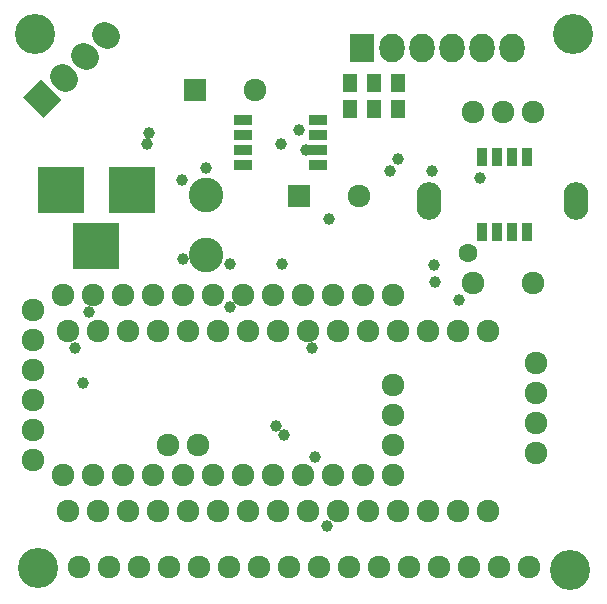
<source format=gbs>
G04 #@! TF.FileFunction,Soldermask,Bot*
%FSLAX46Y46*%
G04 Gerber Fmt 4.6, Leading zero omitted, Abs format (unit mm)*
G04 Created by KiCad (PCBNEW 4.0.1-stable) date 1/31/2016 9:18:08 PM*
%MOMM*%
G01*
G04 APERTURE LIST*
%ADD10C,0.100000*%
%ADD11R,1.924000X1.924000*%
%ADD12C,1.924000*%
%ADD13C,2.127200*%
%ADD14R,2.127200X2.432000*%
%ADD15O,2.127200X2.432000*%
%ADD16R,1.300000X1.600000*%
%ADD17O,2.100000X3.200000*%
%ADD18R,0.908000X1.543000*%
%ADD19R,1.543000X0.908000*%
%ADD20C,3.400000*%
%ADD21R,3.900120X3.900120*%
%ADD22C,2.940000*%
%ADD23C,1.000000*%
%ADD24C,1.600000*%
G04 APERTURE END LIST*
D10*
D11*
X81407000Y-69088000D03*
D12*
X86487000Y-69088000D03*
D10*
G36*
X61301921Y-60940763D02*
X59797763Y-62444921D01*
X58078079Y-60725237D01*
X59582237Y-59221079D01*
X61301921Y-60940763D01*
X61301921Y-60940763D01*
G37*
D13*
X61593814Y-59144712D02*
X61378288Y-58929186D01*
X63389865Y-57348661D02*
X63174339Y-57133135D01*
X65185917Y-55552609D02*
X64970391Y-55337083D01*
D12*
X61849000Y-95758000D03*
X64389000Y-95758000D03*
X66929000Y-95758000D03*
X69469000Y-95758000D03*
X72009000Y-95758000D03*
X74549000Y-95758000D03*
X77089000Y-95758000D03*
X79629000Y-95758000D03*
X82169000Y-95758000D03*
X84709000Y-95758000D03*
X87249000Y-95758000D03*
X89789000Y-95758000D03*
X92329000Y-95758000D03*
X94869000Y-95758000D03*
X97409000Y-95758000D03*
X97409000Y-80518000D03*
X94869000Y-80518000D03*
X92329000Y-80518000D03*
X89789000Y-80518000D03*
X87249000Y-80518000D03*
X84709000Y-80518000D03*
X82169000Y-80518000D03*
X79629000Y-80518000D03*
X77089000Y-80518000D03*
X74549000Y-80518000D03*
X72009000Y-80518000D03*
X69469000Y-80518000D03*
X66929000Y-80518000D03*
X64389000Y-80518000D03*
X61849000Y-80518000D03*
D11*
X72644000Y-60071000D03*
D12*
X77724000Y-60071000D03*
D14*
X86741000Y-56515000D03*
D15*
X89281000Y-56515000D03*
X91821000Y-56515000D03*
X94361000Y-56515000D03*
X96901000Y-56515000D03*
X99441000Y-56515000D03*
D12*
X101473000Y-83185000D03*
X101473000Y-85725000D03*
X101473000Y-88265000D03*
X101473000Y-90805000D03*
D16*
X87757000Y-59479000D03*
X87757000Y-61679000D03*
X89789000Y-59479000D03*
X89789000Y-61679000D03*
X85725000Y-59479000D03*
X85725000Y-61679000D03*
D12*
X101219000Y-61976000D03*
X98679000Y-61976000D03*
X96139000Y-61976000D03*
X96139000Y-76476000D03*
X101219000Y-76476000D03*
D17*
X92429000Y-69476000D03*
X104929000Y-69476000D03*
D12*
X62814200Y-100533200D03*
X65354200Y-100533200D03*
X67894200Y-100533200D03*
X70434200Y-100533200D03*
X72974200Y-100533200D03*
X75514200Y-100533200D03*
X78054200Y-100533200D03*
X80594200Y-100533200D03*
X83134200Y-100533200D03*
X85674200Y-100533200D03*
X88214200Y-100533200D03*
X90754200Y-100533200D03*
X93294200Y-100533200D03*
X95834200Y-100533200D03*
X98374200Y-100533200D03*
X100914200Y-100533200D03*
D18*
X100711000Y-65786000D03*
X99441000Y-65786000D03*
X98171000Y-65786000D03*
X96901000Y-65786000D03*
X96901000Y-72136000D03*
X98171000Y-72136000D03*
X99441000Y-72136000D03*
X100711000Y-72136000D03*
D19*
X83058000Y-66421000D03*
X83058000Y-65151000D03*
X83058000Y-63881000D03*
X83058000Y-62611000D03*
X76708000Y-62611000D03*
X76708000Y-63881000D03*
X76708000Y-65151000D03*
X76708000Y-66421000D03*
D20*
X59309000Y-100584000D03*
X104648000Y-55372000D03*
X59055000Y-55372000D03*
X104394000Y-100711000D03*
D12*
X89408000Y-85090000D03*
X89408000Y-87630000D03*
X89408000Y-90170000D03*
X89408000Y-92710000D03*
X86868000Y-92710000D03*
X84328000Y-92710000D03*
X81788000Y-92710000D03*
X79248000Y-92710000D03*
X76708000Y-92710000D03*
X74168000Y-92710000D03*
X71628000Y-92710000D03*
X69088000Y-92710000D03*
X66548000Y-92710000D03*
X64008000Y-92710000D03*
X61468000Y-92710000D03*
X58928000Y-91440000D03*
X58928000Y-88900000D03*
X58928000Y-86360000D03*
X58928000Y-83820000D03*
X58928000Y-81280000D03*
X58928000Y-78740000D03*
X61468000Y-77470000D03*
X64008000Y-77470000D03*
X66548000Y-77470000D03*
X69088000Y-77470000D03*
X71628000Y-77470000D03*
X74168000Y-77470000D03*
X76708000Y-77470000D03*
X79248000Y-77470000D03*
X81788000Y-77470000D03*
X84328000Y-77470000D03*
X86868000Y-77470000D03*
X89408000Y-77470000D03*
X70358000Y-90170000D03*
X72898000Y-90170000D03*
D21*
X67287140Y-68580000D03*
X61287660Y-68580000D03*
X64287400Y-73279000D03*
D22*
X73533000Y-68961000D03*
X73533000Y-74041000D03*
D23*
X71501000Y-67691000D03*
X71628000Y-74422000D03*
X75565000Y-78486000D03*
X82042000Y-65151000D03*
X81407000Y-63500000D03*
X79883000Y-64643000D03*
X73533000Y-66675000D03*
X63627000Y-78867000D03*
X62484000Y-81915000D03*
X63182500Y-84899500D03*
X83820000Y-97028000D03*
X96774000Y-67564000D03*
X79502000Y-88519000D03*
X80137000Y-89281000D03*
X92964000Y-76327000D03*
X94996000Y-77851000D03*
X75565000Y-74803000D03*
X80010000Y-74803000D03*
X83947000Y-70993000D03*
X89154000Y-66929000D03*
X92710000Y-66929000D03*
X92837000Y-74930000D03*
X82804000Y-91186000D03*
X82550000Y-81915000D03*
X68580000Y-64643000D03*
X68707000Y-63754000D03*
X89789000Y-65913000D03*
D24*
X95758000Y-73914000D03*
M02*

</source>
